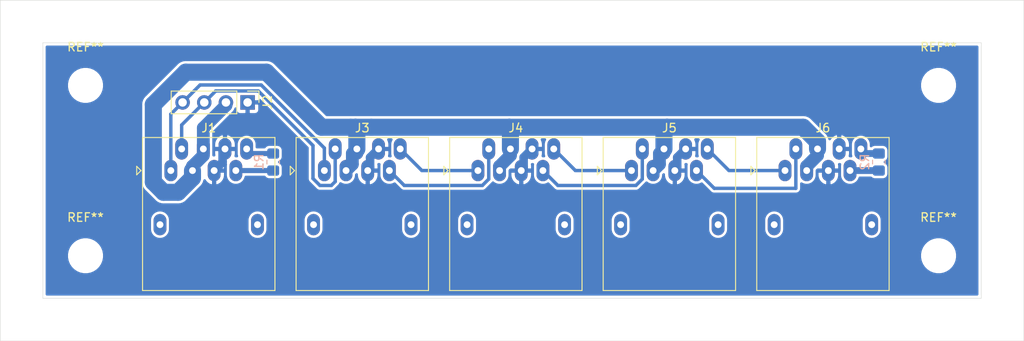
<source format=kicad_pcb>
(kicad_pcb (version 20171130) (host pcbnew 5.1.10)

  (general
    (thickness 1.6)
    (drawings 8)
    (tracks 92)
    (zones 0)
    (modules 12)
    (nets 15)
  )

  (page A4)
  (layers
    (0 F.Cu signal)
    (31 B.Cu signal)
    (32 B.Adhes user)
    (33 F.Adhes user)
    (34 B.Paste user)
    (35 F.Paste user)
    (36 B.SilkS user)
    (37 F.SilkS user)
    (38 B.Mask user)
    (39 F.Mask user)
    (40 Dwgs.User user)
    (41 Cmts.User user)
    (42 Eco1.User user)
    (43 Eco2.User user)
    (44 Edge.Cuts user)
    (45 Margin user)
    (46 B.CrtYd user)
    (47 F.CrtYd user)
    (48 B.Fab user)
    (49 F.Fab user)
  )

  (setup
    (last_trace_width 0.4)
    (user_trace_width 0.6)
    (user_trace_width 0.8)
    (user_trace_width 1)
    (user_trace_width 1.5)
    (user_trace_width 2)
    (trace_clearance 0.3)
    (zone_clearance 0.508)
    (zone_45_only no)
    (trace_min 0.4)
    (via_size 1.6)
    (via_drill 0.6)
    (via_min_size 1.6)
    (via_min_drill 0.6)
    (uvia_size 0.3)
    (uvia_drill 0.1)
    (uvias_allowed no)
    (uvia_min_size 0.2)
    (uvia_min_drill 0.1)
    (edge_width 0.05)
    (segment_width 0.2)
    (pcb_text_width 0.3)
    (pcb_text_size 1.5 1.5)
    (mod_edge_width 0.12)
    (mod_text_size 1 1)
    (mod_text_width 0.15)
    (pad_size 1.5 2.5)
    (pad_drill 0.8)
    (pad_to_mask_clearance 0)
    (aux_axis_origin 0 0)
    (visible_elements FFFFFF7F)
    (pcbplotparams
      (layerselection 0x010fc_ffffffff)
      (usegerberextensions false)
      (usegerberattributes true)
      (usegerberadvancedattributes true)
      (creategerberjobfile true)
      (excludeedgelayer true)
      (linewidth 0.100000)
      (plotframeref false)
      (viasonmask false)
      (mode 1)
      (useauxorigin false)
      (hpglpennumber 1)
      (hpglpenspeed 20)
      (hpglpendiameter 15.000000)
      (psnegative false)
      (psa4output false)
      (plotreference true)
      (plotvalue true)
      (plotinvisibletext false)
      (padsonsilk false)
      (subtractmaskfromsilk false)
      (outputformat 1)
      (mirror false)
      (drillshape 1)
      (scaleselection 1)
      (outputdirectory ""))
  )

  (net 0 "")
  (net 1 "Net-(J1-Pad8)")
  (net 2 "Net-(J1-Pad7)")
  (net 3 /GND)
  (net 4 /+12V)
  (net 5 "Net-(J3-Pad8)")
  (net 6 "Net-(J3-Pad7)")
  (net 7 "Net-(J5-Pad8)")
  (net 8 "Net-(J5-Pad7)")
  (net 9 /CANL)
  (net 10 /CANH)
  (net 11 "Net-(J4-Pad8)")
  (net 12 "Net-(J4-Pad7)")
  (net 13 "Net-(J6-Pad8)")
  (net 14 "Net-(J6-Pad7)")

  (net_class Default "This is the default net class."
    (clearance 0.3)
    (trace_width 0.4)
    (via_dia 1.6)
    (via_drill 0.6)
    (uvia_dia 0.3)
    (uvia_drill 0.1)
    (diff_pair_width 0.6)
    (diff_pair_gap 0.6)
    (add_net /+12V)
    (add_net /CANH)
    (add_net /CANL)
    (add_net /GND)
    (add_net "Net-(J1-Pad7)")
    (add_net "Net-(J1-Pad8)")
    (add_net "Net-(J3-Pad7)")
    (add_net "Net-(J3-Pad8)")
    (add_net "Net-(J4-Pad7)")
    (add_net "Net-(J4-Pad8)")
    (add_net "Net-(J5-Pad7)")
    (add_net "Net-(J5-Pad8)")
    (add_net "Net-(J6-Pad7)")
    (add_net "Net-(J6-Pad8)")
  )

  (module Connector_PinHeader_2.54mm:PinHeader_1x04_P2.54mm_Vertical (layer F.Cu) (tedit 59FED5CC) (tstamp 62424EC1)
    (at 114 77 270)
    (descr "Through hole straight pin header, 1x04, 2.54mm pitch, single row")
    (tags "Through hole pin header THT 1x04 2.54mm single row")
    (path /62445A44)
    (fp_text reference J2 (at 0 -2.33 90) (layer F.SilkS)
      (effects (font (size 1 1) (thickness 0.15)))
    )
    (fp_text value Conn_01x04 (at 0 9.95 90) (layer F.Fab)
      (effects (font (size 1 1) (thickness 0.15)))
    )
    (fp_line (start -0.635 -1.27) (end 1.27 -1.27) (layer F.Fab) (width 0.1))
    (fp_line (start 1.27 -1.27) (end 1.27 8.89) (layer F.Fab) (width 0.1))
    (fp_line (start 1.27 8.89) (end -1.27 8.89) (layer F.Fab) (width 0.1))
    (fp_line (start -1.27 8.89) (end -1.27 -0.635) (layer F.Fab) (width 0.1))
    (fp_line (start -1.27 -0.635) (end -0.635 -1.27) (layer F.Fab) (width 0.1))
    (fp_line (start -1.33 8.95) (end 1.33 8.95) (layer F.SilkS) (width 0.12))
    (fp_line (start -1.33 1.27) (end -1.33 8.95) (layer F.SilkS) (width 0.12))
    (fp_line (start 1.33 1.27) (end 1.33 8.95) (layer F.SilkS) (width 0.12))
    (fp_line (start -1.33 1.27) (end 1.33 1.27) (layer F.SilkS) (width 0.12))
    (fp_line (start -1.33 0) (end -1.33 -1.33) (layer F.SilkS) (width 0.12))
    (fp_line (start -1.33 -1.33) (end 0 -1.33) (layer F.SilkS) (width 0.12))
    (fp_line (start -1.8 -1.8) (end -1.8 9.4) (layer F.CrtYd) (width 0.05))
    (fp_line (start -1.8 9.4) (end 1.8 9.4) (layer F.CrtYd) (width 0.05))
    (fp_line (start 1.8 9.4) (end 1.8 -1.8) (layer F.CrtYd) (width 0.05))
    (fp_line (start 1.8 -1.8) (end -1.8 -1.8) (layer F.CrtYd) (width 0.05))
    (fp_text user %R (at 0 3.81) (layer F.Fab)
      (effects (font (size 1 1) (thickness 0.15)))
    )
    (pad 4 thru_hole oval (at 0 7.62 270) (size 1.7 1.7) (drill 1) (layers *.Cu *.Mask)
      (net 10 /CANH))
    (pad 3 thru_hole oval (at 0 5.08 270) (size 1.7 1.7) (drill 1) (layers *.Cu *.Mask)
      (net 9 /CANL))
    (pad 2 thru_hole oval (at 0 2.54 270) (size 1.7 1.7) (drill 1) (layers *.Cu *.Mask)
      (net 4 /+12V))
    (pad 1 thru_hole rect (at 0 0 270) (size 1.7 1.7) (drill 1) (layers *.Cu *.Mask)
      (net 3 /GND))
    (model ${KISYS3DMOD}/Connector_PinHeader_2.54mm.3dshapes/PinHeader_1x04_P2.54mm_Vertical.wrl
      (at (xyz 0 0 0))
      (scale (xyz 1 1 1))
      (rotate (xyz 0 0 0))
    )
  )

  (module MountingHole:MountingHole_3.5mm (layer F.Cu) (tedit 56D1B4CB) (tstamp 62424325)
    (at 95 95)
    (descr "Mounting Hole 3.5mm, no annular")
    (tags "mounting hole 3.5mm no annular")
    (attr virtual)
    (fp_text reference REF** (at 0 -4.5) (layer F.SilkS)
      (effects (font (size 1 1) (thickness 0.15)))
    )
    (fp_text value MountingHole_3.5mm (at 0 4.5) (layer F.Fab)
      (effects (font (size 1 1) (thickness 0.15)))
    )
    (fp_circle (center 0 0) (end 3.5 0) (layer Cmts.User) (width 0.15))
    (fp_circle (center 0 0) (end 3.75 0) (layer F.CrtYd) (width 0.05))
    (fp_text user %R (at 0.3 0) (layer F.Fab)
      (effects (font (size 1 1) (thickness 0.15)))
    )
    (pad 1 np_thru_hole circle (at 0 0) (size 3.5 3.5) (drill 3.5) (layers *.Cu *.Mask))
  )

  (module MountingHole:MountingHole_3.5mm (layer F.Cu) (tedit 56D1B4CB) (tstamp 62424335)
    (at 195 95)
    (descr "Mounting Hole 3.5mm, no annular")
    (tags "mounting hole 3.5mm no annular")
    (attr virtual)
    (fp_text reference REF** (at 0 -4.5) (layer F.SilkS)
      (effects (font (size 1 1) (thickness 0.15)))
    )
    (fp_text value MountingHole_3.5mm (at 0 4.5) (layer F.Fab)
      (effects (font (size 1 1) (thickness 0.15)))
    )
    (fp_circle (center 0 0) (end 3.5 0) (layer Cmts.User) (width 0.15))
    (fp_circle (center 0 0) (end 3.75 0) (layer F.CrtYd) (width 0.05))
    (fp_text user %R (at 0.3 0) (layer F.Fab)
      (effects (font (size 1 1) (thickness 0.15)))
    )
    (pad 1 np_thru_hole circle (at 0 0) (size 3.5 3.5) (drill 3.5) (layers *.Cu *.Mask))
  )

  (module MountingHole:MountingHole_3.5mm (layer F.Cu) (tedit 56D1B4CB) (tstamp 624242EB)
    (at 195 75)
    (descr "Mounting Hole 3.5mm, no annular")
    (tags "mounting hole 3.5mm no annular")
    (attr virtual)
    (fp_text reference REF** (at 0 -4.5) (layer F.SilkS)
      (effects (font (size 1 1) (thickness 0.15)))
    )
    (fp_text value MountingHole_3.5mm (at 0 4.5) (layer F.Fab)
      (effects (font (size 1 1) (thickness 0.15)))
    )
    (fp_circle (center 0 0) (end 3.5 0) (layer Cmts.User) (width 0.15))
    (fp_circle (center 0 0) (end 3.75 0) (layer F.CrtYd) (width 0.05))
    (fp_text user %R (at 0.3 0) (layer F.Fab)
      (effects (font (size 1 1) (thickness 0.15)))
    )
    (pad 1 np_thru_hole circle (at 0 0) (size 3.5 3.5) (drill 3.5) (layers *.Cu *.Mask))
  )

  (module MountingHole:MountingHole_3.5mm (layer F.Cu) (tedit 56D1B4CB) (tstamp 62424285)
    (at 95 75)
    (descr "Mounting Hole 3.5mm, no annular")
    (tags "mounting hole 3.5mm no annular")
    (attr virtual)
    (fp_text reference REF** (at 0 -4.5) (layer F.SilkS)
      (effects (font (size 1 1) (thickness 0.15)))
    )
    (fp_text value MountingHole_3.5mm (at 0 4.5) (layer F.Fab)
      (effects (font (size 1 1) (thickness 0.15)))
    )
    (fp_circle (center 0 0) (end 3.5 0) (layer Cmts.User) (width 0.15))
    (fp_circle (center 0 0) (end 3.75 0) (layer F.CrtYd) (width 0.05))
    (fp_text user %R (at 0.3 0) (layer F.Fab)
      (effects (font (size 1 1) (thickness 0.15)))
    )
    (pad 1 np_thru_hole circle (at 0 0) (size 3.5 3.5) (drill 3.5) (layers *.Cu *.Mask))
  )

  (module Resistor_SMD:R_0805_2012Metric_Pad1.20x1.40mm_HandSolder (layer B.Cu) (tedit 5F68FEEE) (tstamp 6242437B)
    (at 188 84 270)
    (descr "Resistor SMD 0805 (2012 Metric), square (rectangular) end terminal, IPC_7351 nominal with elongated pad for handsoldering. (Body size source: IPC-SM-782 page 72, https://www.pcb-3d.com/wordpress/wp-content/uploads/ipc-sm-782a_amendment_1_and_2.pdf), generated with kicad-footprint-generator")
    (tags "resistor handsolder")
    (path /62425F3A)
    (attr smd)
    (fp_text reference R2 (at 0 1.65 90) (layer B.SilkS)
      (effects (font (size 1 1) (thickness 0.15)) (justify mirror))
    )
    (fp_text value 100 (at 0 -1.65 90) (layer B.Fab)
      (effects (font (size 1 1) (thickness 0.15)) (justify mirror))
    )
    (fp_line (start -1 -0.625) (end -1 0.625) (layer B.Fab) (width 0.1))
    (fp_line (start -1 0.625) (end 1 0.625) (layer B.Fab) (width 0.1))
    (fp_line (start 1 0.625) (end 1 -0.625) (layer B.Fab) (width 0.1))
    (fp_line (start 1 -0.625) (end -1 -0.625) (layer B.Fab) (width 0.1))
    (fp_line (start -0.227064 0.735) (end 0.227064 0.735) (layer B.SilkS) (width 0.12))
    (fp_line (start -0.227064 -0.735) (end 0.227064 -0.735) (layer B.SilkS) (width 0.12))
    (fp_line (start -1.85 -0.95) (end -1.85 0.95) (layer B.CrtYd) (width 0.05))
    (fp_line (start -1.85 0.95) (end 1.85 0.95) (layer B.CrtYd) (width 0.05))
    (fp_line (start 1.85 0.95) (end 1.85 -0.95) (layer B.CrtYd) (width 0.05))
    (fp_line (start 1.85 -0.95) (end -1.85 -0.95) (layer B.CrtYd) (width 0.05))
    (fp_text user %R (at 0 0 90) (layer B.Fab)
      (effects (font (size 0.5 0.5) (thickness 0.08)) (justify mirror))
    )
    (pad 2 smd roundrect (at 1 0 270) (size 1.2 1.4) (layers B.Cu B.Paste B.Mask) (roundrect_rratio 0.208333)
      (net 14 "Net-(J6-Pad7)"))
    (pad 1 smd roundrect (at -1 0 270) (size 1.2 1.4) (layers B.Cu B.Paste B.Mask) (roundrect_rratio 0.208333)
      (net 13 "Net-(J6-Pad8)"))
    (model ${KISYS3DMOD}/Resistor_SMD.3dshapes/R_0805_2012Metric.wrl
      (at (xyz 0 0 0))
      (scale (xyz 1 1 1))
      (rotate (xyz 0 0 0))
    )
  )

  (module Resistor_SMD:R_0805_2012Metric_Pad1.20x1.40mm_HandSolder (layer B.Cu) (tedit 5F68FEEE) (tstamp 624243AB)
    (at 117 84 270)
    (descr "Resistor SMD 0805 (2012 Metric), square (rectangular) end terminal, IPC_7351 nominal with elongated pad for handsoldering. (Body size source: IPC-SM-782 page 72, https://www.pcb-3d.com/wordpress/wp-content/uploads/ipc-sm-782a_amendment_1_and_2.pdf), generated with kicad-footprint-generator")
    (tags "resistor handsolder")
    (path /6241D7A8)
    (attr smd)
    (fp_text reference R1 (at 0 1.65 90) (layer B.SilkS)
      (effects (font (size 1 1) (thickness 0.15)) (justify mirror))
    )
    (fp_text value 100 (at 0 -1.65 90) (layer B.Fab)
      (effects (font (size 1 1) (thickness 0.15)) (justify mirror))
    )
    (fp_line (start -1 -0.625) (end -1 0.625) (layer B.Fab) (width 0.1))
    (fp_line (start -1 0.625) (end 1 0.625) (layer B.Fab) (width 0.1))
    (fp_line (start 1 0.625) (end 1 -0.625) (layer B.Fab) (width 0.1))
    (fp_line (start 1 -0.625) (end -1 -0.625) (layer B.Fab) (width 0.1))
    (fp_line (start -0.227064 0.735) (end 0.227064 0.735) (layer B.SilkS) (width 0.12))
    (fp_line (start -0.227064 -0.735) (end 0.227064 -0.735) (layer B.SilkS) (width 0.12))
    (fp_line (start -1.85 -0.95) (end -1.85 0.95) (layer B.CrtYd) (width 0.05))
    (fp_line (start -1.85 0.95) (end 1.85 0.95) (layer B.CrtYd) (width 0.05))
    (fp_line (start 1.85 0.95) (end 1.85 -0.95) (layer B.CrtYd) (width 0.05))
    (fp_line (start 1.85 -0.95) (end -1.85 -0.95) (layer B.CrtYd) (width 0.05))
    (fp_text user %R (at 0 0 90) (layer B.Fab)
      (effects (font (size 0.5 0.5) (thickness 0.08)) (justify mirror))
    )
    (pad 2 smd roundrect (at 1 0 270) (size 1.2 1.4) (layers B.Cu B.Paste B.Mask) (roundrect_rratio 0.208333)
      (net 2 "Net-(J1-Pad7)"))
    (pad 1 smd roundrect (at -1 0 270) (size 1.2 1.4) (layers B.Cu B.Paste B.Mask) (roundrect_rratio 0.208333)
      (net 1 "Net-(J1-Pad8)"))
    (model ${KISYS3DMOD}/Resistor_SMD.3dshapes/R_0805_2012Metric.wrl
      (at (xyz 0 0 0))
      (scale (xyz 1 1 1))
      (rotate (xyz 0 0 0))
    )
  )

  (module Connector_RJ:RJ45_Amphenol_54602-x08_Horizontal (layer F.Cu) (tedit 5B103613) (tstamp 6241D640)
    (at 177 85)
    (descr "8 Pol Shallow Latch Connector, Modjack, RJ45 (https://cdn.amphenol-icc.com/media/wysiwyg/files/drawing/c-bmj-0102.pdf)")
    (tags RJ45)
    (path /6242236B)
    (fp_text reference J6 (at 4.445 -5) (layer F.SilkS)
      (effects (font (size 1 1) (thickness 0.15)))
    )
    (fp_text value RJ45 (at 4.445 4) (layer F.Fab)
      (effects (font (size 1 1) (thickness 0.15)))
    )
    (fp_line (start -4 0.5) (end -3.5 0) (layer F.SilkS) (width 0.12))
    (fp_line (start -4 -0.5) (end -4 0.5) (layer F.SilkS) (width 0.12))
    (fp_line (start -3.5 0) (end -4 -0.5) (layer F.SilkS) (width 0.12))
    (fp_line (start -3.205 13.97) (end -3.205 -2.77) (layer F.Fab) (width 0.12))
    (fp_line (start 12.095 13.97) (end -3.205 13.97) (layer F.Fab) (width 0.12))
    (fp_line (start 12.095 -3.77) (end 12.095 13.97) (layer F.Fab) (width 0.12))
    (fp_line (start -2.205 -3.77) (end 12.095 -3.77) (layer F.Fab) (width 0.12))
    (fp_line (start -3.205 -2.77) (end -2.205 -3.77) (layer F.Fab) (width 0.12))
    (fp_line (start -3.315 14.08) (end 12.205 14.08) (layer F.SilkS) (width 0.12))
    (fp_line (start 12.205 -3.88) (end 12.205 14.08) (layer F.SilkS) (width 0.12))
    (fp_line (start 12.205 -3.88) (end -3.315 -3.88) (layer F.SilkS) (width 0.12))
    (fp_line (start -3.315 -3.88) (end -3.315 14.08) (layer F.SilkS) (width 0.12))
    (fp_line (start -3.71 -4.27) (end 12.6 -4.27) (layer F.CrtYd) (width 0.05))
    (fp_line (start -3.71 -4.27) (end -3.71 14.47) (layer F.CrtYd) (width 0.05))
    (fp_line (start 12.6 14.47) (end 12.6 -4.27) (layer F.CrtYd) (width 0.05))
    (fp_line (start 12.6 14.47) (end -3.71 14.47) (layer F.CrtYd) (width 0.05))
    (fp_text user %R (at 4.445 2) (layer F.Fab)
      (effects (font (size 1 1) (thickness 0.15)))
    )
    (pad 8 thru_hole oval (at 8.89 -2.54) (size 1.5 2.5) (drill 0.8) (layers *.Cu *.Mask)
      (net 13 "Net-(J6-Pad8)"))
    (pad 7 thru_hole oval (at 7.62 0) (size 1.5 2.5) (drill 0.8) (layers *.Cu *.Mask)
      (net 14 "Net-(J6-Pad7)"))
    (pad 6 thru_hole oval (at 6.35 -2.54) (size 1.5 2.5) (drill 0.8) (layers *.Cu *.Mask)
      (net 3 /GND))
    (pad 5 thru_hole oval (at 5.08 0) (size 1.5 2.5) (drill 0.8) (layers *.Cu *.Mask)
      (net 3 /GND))
    (pad 4 thru_hole oval (at 3.81 -2.54) (size 1.5 2.5) (drill 0.8) (layers *.Cu *.Mask)
      (net 4 /+12V))
    (pad 3 thru_hole oval (at 2.54 0) (size 1.5 2.5) (drill 0.8) (layers *.Cu *.Mask)
      (net 4 /+12V))
    (pad 2 thru_hole oval (at 1.27 -2.54) (size 1.5 2.5) (drill 0.8) (layers *.Cu *.Mask)
      (net 8 "Net-(J5-Pad7)"))
    (pad 1 thru_hole oval (at 0 0) (size 1.5 2.5) (drill 0.8) (layers *.Cu *.Mask)
      (net 7 "Net-(J5-Pad8)"))
    (pad "" thru_hole oval (at -1.27 6.35) (size 1.5 2.5) (drill 0.8) (layers *.Cu *.Mask))
    (pad "" thru_hole oval (at 10.16 6.35) (size 1.5 2.5) (drill 0.8) (layers *.Cu *.Mask))
    (model ${KISYS3DMOD}/Connector_RJ.3dshapes/RJ45_Amphenol_54602-x08_Horizontal.wrl
      (at (xyz 0 0 0))
      (scale (xyz 1 1 1))
      (rotate (xyz 0 0 0))
    )
  )

  (module Connector_RJ:RJ45_Amphenol_54602-x08_Horizontal (layer F.Cu) (tedit 5B103613) (tstamp 624255EC)
    (at 123 85)
    (descr "8 Pol Shallow Latch Connector, Modjack, RJ45 (https://cdn.amphenol-icc.com/media/wysiwyg/files/drawing/c-bmj-0102.pdf)")
    (tags RJ45)
    (path /624256A4)
    (fp_text reference J3 (at 4.445 -5) (layer F.SilkS)
      (effects (font (size 1 1) (thickness 0.15)))
    )
    (fp_text value RJ45 (at 4.445 4) (layer F.Fab)
      (effects (font (size 1 1) (thickness 0.15)))
    )
    (fp_line (start -4 0.5) (end -3.5 0) (layer F.SilkS) (width 0.12))
    (fp_line (start -4 -0.5) (end -4 0.5) (layer F.SilkS) (width 0.12))
    (fp_line (start -3.5 0) (end -4 -0.5) (layer F.SilkS) (width 0.12))
    (fp_line (start -3.205 13.97) (end -3.205 -2.77) (layer F.Fab) (width 0.12))
    (fp_line (start 12.095 13.97) (end -3.205 13.97) (layer F.Fab) (width 0.12))
    (fp_line (start 12.095 -3.77) (end 12.095 13.97) (layer F.Fab) (width 0.12))
    (fp_line (start -2.205 -3.77) (end 12.095 -3.77) (layer F.Fab) (width 0.12))
    (fp_line (start -3.205 -2.77) (end -2.205 -3.77) (layer F.Fab) (width 0.12))
    (fp_line (start -3.315 14.08) (end 12.205 14.08) (layer F.SilkS) (width 0.12))
    (fp_line (start 12.205 -3.88) (end 12.205 14.08) (layer F.SilkS) (width 0.12))
    (fp_line (start 12.205 -3.88) (end -3.315 -3.88) (layer F.SilkS) (width 0.12))
    (fp_line (start -3.315 -3.88) (end -3.315 14.08) (layer F.SilkS) (width 0.12))
    (fp_line (start -3.71 -4.27) (end 12.6 -4.27) (layer F.CrtYd) (width 0.05))
    (fp_line (start -3.71 -4.27) (end -3.71 14.47) (layer F.CrtYd) (width 0.05))
    (fp_line (start 12.6 14.47) (end 12.6 -4.27) (layer F.CrtYd) (width 0.05))
    (fp_line (start 12.6 14.47) (end -3.71 14.47) (layer F.CrtYd) (width 0.05))
    (fp_text user %R (at 4.445 2) (layer F.Fab)
      (effects (font (size 1 1) (thickness 0.15)))
    )
    (pad 8 thru_hole oval (at 8.89 -2.54) (size 1.5 2.5) (drill 0.8) (layers *.Cu *.Mask)
      (net 5 "Net-(J3-Pad8)"))
    (pad 7 thru_hole oval (at 7.62 0) (size 1.5 2.5) (drill 0.8) (layers *.Cu *.Mask)
      (net 6 "Net-(J3-Pad7)"))
    (pad 6 thru_hole oval (at 6.35 -2.54) (size 1.5 2.5) (drill 0.8) (layers *.Cu *.Mask)
      (net 3 /GND))
    (pad 5 thru_hole oval (at 5.08 0) (size 1.5 2.5) (drill 0.8) (layers *.Cu *.Mask)
      (net 3 /GND))
    (pad 4 thru_hole oval (at 3.81 -2.54) (size 1.5 2.5) (drill 0.8) (layers *.Cu *.Mask)
      (net 4 /+12V))
    (pad 3 thru_hole oval (at 2.54 0) (size 1.5 2.5) (drill 0.8) (layers *.Cu *.Mask)
      (net 4 /+12V))
    (pad 2 thru_hole oval (at 1.27 -2.54) (size 1.5 2.5) (drill 0.8) (layers *.Cu *.Mask)
      (net 9 /CANL))
    (pad 1 thru_hole oval (at 0 0) (size 1.5 2.5) (drill 0.8) (layers *.Cu *.Mask)
      (net 10 /CANH))
    (pad "" thru_hole oval (at -1.27 6.35) (size 1.5 2.5) (drill 0.8) (layers *.Cu *.Mask))
    (pad "" thru_hole oval (at 10.16 6.35) (size 1.5 2.5) (drill 0.8) (layers *.Cu *.Mask))
    (model ${KISYS3DMOD}/Connector_RJ.3dshapes/RJ45_Amphenol_54602-x08_Horizontal.wrl
      (at (xyz 0 0 0))
      (scale (xyz 1 1 1))
      (rotate (xyz 0 0 0))
    )
  )

  (module Connector_RJ:RJ45_Amphenol_54602-x08_Horizontal (layer F.Cu) (tedit 5B103613) (tstamp 6241D602)
    (at 159 85)
    (descr "8 Pol Shallow Latch Connector, Modjack, RJ45 (https://cdn.amphenol-icc.com/media/wysiwyg/files/drawing/c-bmj-0102.pdf)")
    (tags RJ45)
    (path /607C9BB5)
    (fp_text reference J5 (at 4.445 -5) (layer F.SilkS)
      (effects (font (size 1 1) (thickness 0.15)))
    )
    (fp_text value RJ45 (at 4.445 4) (layer F.Fab)
      (effects (font (size 1 1) (thickness 0.15)))
    )
    (fp_line (start -4 0.5) (end -3.5 0) (layer F.SilkS) (width 0.12))
    (fp_line (start -4 -0.5) (end -4 0.5) (layer F.SilkS) (width 0.12))
    (fp_line (start -3.5 0) (end -4 -0.5) (layer F.SilkS) (width 0.12))
    (fp_line (start -3.205 13.97) (end -3.205 -2.77) (layer F.Fab) (width 0.12))
    (fp_line (start 12.095 13.97) (end -3.205 13.97) (layer F.Fab) (width 0.12))
    (fp_line (start 12.095 -3.77) (end 12.095 13.97) (layer F.Fab) (width 0.12))
    (fp_line (start -2.205 -3.77) (end 12.095 -3.77) (layer F.Fab) (width 0.12))
    (fp_line (start -3.205 -2.77) (end -2.205 -3.77) (layer F.Fab) (width 0.12))
    (fp_line (start -3.315 14.08) (end 12.205 14.08) (layer F.SilkS) (width 0.12))
    (fp_line (start 12.205 -3.88) (end 12.205 14.08) (layer F.SilkS) (width 0.12))
    (fp_line (start 12.205 -3.88) (end -3.315 -3.88) (layer F.SilkS) (width 0.12))
    (fp_line (start -3.315 -3.88) (end -3.315 14.08) (layer F.SilkS) (width 0.12))
    (fp_line (start -3.71 -4.27) (end 12.6 -4.27) (layer F.CrtYd) (width 0.05))
    (fp_line (start -3.71 -4.27) (end -3.71 14.47) (layer F.CrtYd) (width 0.05))
    (fp_line (start 12.6 14.47) (end 12.6 -4.27) (layer F.CrtYd) (width 0.05))
    (fp_line (start 12.6 14.47) (end -3.71 14.47) (layer F.CrtYd) (width 0.05))
    (fp_text user %R (at 4.445 2) (layer F.Fab)
      (effects (font (size 1 1) (thickness 0.15)))
    )
    (pad 8 thru_hole oval (at 8.89 -2.54) (size 1.5 2.5) (drill 0.8) (layers *.Cu *.Mask)
      (net 7 "Net-(J5-Pad8)"))
    (pad 7 thru_hole oval (at 7.62 0) (size 1.5 2.5) (drill 0.8) (layers *.Cu *.Mask)
      (net 8 "Net-(J5-Pad7)"))
    (pad 6 thru_hole oval (at 6.35 -2.54) (size 1.5 2.5) (drill 0.8) (layers *.Cu *.Mask)
      (net 3 /GND))
    (pad 5 thru_hole oval (at 5.08 0) (size 1.5 2.5) (drill 0.8) (layers *.Cu *.Mask)
      (net 3 /GND))
    (pad 4 thru_hole oval (at 3.81 -2.54) (size 1.5 2.5) (drill 0.8) (layers *.Cu *.Mask)
      (net 4 /+12V))
    (pad 3 thru_hole oval (at 2.54 0) (size 1.5 2.5) (drill 0.8) (layers *.Cu *.Mask)
      (net 4 /+12V))
    (pad 2 thru_hole oval (at 1.27 -2.54) (size 1.5 2.5) (drill 0.8) (layers *.Cu *.Mask)
      (net 12 "Net-(J4-Pad7)"))
    (pad 1 thru_hole oval (at 0 0) (size 1.5 2.5) (drill 0.8) (layers *.Cu *.Mask)
      (net 11 "Net-(J4-Pad8)"))
    (pad "" thru_hole oval (at -1.27 6.35) (size 1.5 2.5) (drill 0.8) (layers *.Cu *.Mask))
    (pad "" thru_hole oval (at 10.16 6.35) (size 1.5 2.5) (drill 0.8) (layers *.Cu *.Mask))
    (model ${KISYS3DMOD}/Connector_RJ.3dshapes/RJ45_Amphenol_54602-x08_Horizontal.wrl
      (at (xyz 0 0 0))
      (scale (xyz 1 1 1))
      (rotate (xyz 0 0 0))
    )
  )

  (module Connector_RJ:RJ45_Amphenol_54602-x08_Horizontal (layer F.Cu) (tedit 5B103613) (tstamp 6241D5E3)
    (at 141 85)
    (descr "8 Pol Shallow Latch Connector, Modjack, RJ45 (https://cdn.amphenol-icc.com/media/wysiwyg/files/drawing/c-bmj-0102.pdf)")
    (tags RJ45)
    (path /607CBB1B)
    (fp_text reference J4 (at 4.445 -5) (layer F.SilkS)
      (effects (font (size 1 1) (thickness 0.15)))
    )
    (fp_text value RJ45 (at 4.445 4) (layer F.Fab)
      (effects (font (size 1 1) (thickness 0.15)))
    )
    (fp_line (start -4 0.5) (end -3.5 0) (layer F.SilkS) (width 0.12))
    (fp_line (start -4 -0.5) (end -4 0.5) (layer F.SilkS) (width 0.12))
    (fp_line (start -3.5 0) (end -4 -0.5) (layer F.SilkS) (width 0.12))
    (fp_line (start -3.205 13.97) (end -3.205 -2.77) (layer F.Fab) (width 0.12))
    (fp_line (start 12.095 13.97) (end -3.205 13.97) (layer F.Fab) (width 0.12))
    (fp_line (start 12.095 -3.77) (end 12.095 13.97) (layer F.Fab) (width 0.12))
    (fp_line (start -2.205 -3.77) (end 12.095 -3.77) (layer F.Fab) (width 0.12))
    (fp_line (start -3.205 -2.77) (end -2.205 -3.77) (layer F.Fab) (width 0.12))
    (fp_line (start -3.315 14.08) (end 12.205 14.08) (layer F.SilkS) (width 0.12))
    (fp_line (start 12.205 -3.88) (end 12.205 14.08) (layer F.SilkS) (width 0.12))
    (fp_line (start 12.205 -3.88) (end -3.315 -3.88) (layer F.SilkS) (width 0.12))
    (fp_line (start -3.315 -3.88) (end -3.315 14.08) (layer F.SilkS) (width 0.12))
    (fp_line (start -3.71 -4.27) (end 12.6 -4.27) (layer F.CrtYd) (width 0.05))
    (fp_line (start -3.71 -4.27) (end -3.71 14.47) (layer F.CrtYd) (width 0.05))
    (fp_line (start 12.6 14.47) (end 12.6 -4.27) (layer F.CrtYd) (width 0.05))
    (fp_line (start 12.6 14.47) (end -3.71 14.47) (layer F.CrtYd) (width 0.05))
    (fp_text user %R (at 4.445 2) (layer F.Fab)
      (effects (font (size 1 1) (thickness 0.15)))
    )
    (pad 8 thru_hole oval (at 8.89 -2.54) (size 1.5 2.5) (drill 0.8) (layers *.Cu *.Mask)
      (net 11 "Net-(J4-Pad8)"))
    (pad 7 thru_hole oval (at 7.62 0) (size 1.5 2.5) (drill 0.8) (layers *.Cu *.Mask)
      (net 12 "Net-(J4-Pad7)"))
    (pad 6 thru_hole oval (at 6.35 -2.54) (size 1.5 2.5) (drill 0.8) (layers *.Cu *.Mask)
      (net 3 /GND))
    (pad 5 thru_hole oval (at 5.08 0) (size 1.5 2.5) (drill 0.8) (layers *.Cu *.Mask)
      (net 3 /GND))
    (pad 4 thru_hole oval (at 3.81 -2.54) (size 1.5 2.5) (drill 0.8) (layers *.Cu *.Mask)
      (net 4 /+12V))
    (pad 3 thru_hole oval (at 2.54 0) (size 1.5 2.5) (drill 0.8) (layers *.Cu *.Mask)
      (net 4 /+12V))
    (pad 2 thru_hole oval (at 1.27 -2.54) (size 1.5 2.5) (drill 0.8) (layers *.Cu *.Mask)
      (net 6 "Net-(J3-Pad7)"))
    (pad 1 thru_hole oval (at 0 0) (size 1.5 2.5) (drill 0.8) (layers *.Cu *.Mask)
      (net 5 "Net-(J3-Pad8)"))
    (pad "" thru_hole oval (at -1.27 6.35) (size 1.5 2.5) (drill 0.8) (layers *.Cu *.Mask))
    (pad "" thru_hole oval (at 10.16 6.35) (size 1.5 2.5) (drill 0.8) (layers *.Cu *.Mask))
    (model ${KISYS3DMOD}/Connector_RJ.3dshapes/RJ45_Amphenol_54602-x08_Horizontal.wrl
      (at (xyz 0 0 0))
      (scale (xyz 1 1 1))
      (rotate (xyz 0 0 0))
    )
  )

  (module Connector_RJ:RJ45_Amphenol_54602-x08_Horizontal (layer F.Cu) (tedit 6241DF5D) (tstamp 6241D5C4)
    (at 105 85)
    (descr "8 Pol Shallow Latch Connector, Modjack, RJ45 (https://cdn.amphenol-icc.com/media/wysiwyg/files/drawing/c-bmj-0102.pdf)")
    (tags RJ45)
    (path /607C9BAE)
    (fp_text reference J1 (at 4.445 -5) (layer F.SilkS)
      (effects (font (size 1 1) (thickness 0.15)))
    )
    (fp_text value RJ45 (at 4.445 4) (layer F.Fab)
      (effects (font (size 1 1) (thickness 0.15)))
    )
    (fp_line (start -4 0.5) (end -3.5 0) (layer F.SilkS) (width 0.12))
    (fp_line (start -4 -0.5) (end -4 0.5) (layer F.SilkS) (width 0.12))
    (fp_line (start -3.5 0) (end -4 -0.5) (layer F.SilkS) (width 0.12))
    (fp_line (start -3.205 13.97) (end -3.205 -2.77) (layer F.Fab) (width 0.12))
    (fp_line (start 12.095 13.97) (end -3.205 13.97) (layer F.Fab) (width 0.12))
    (fp_line (start 12.095 -3.77) (end 12.095 13.97) (layer F.Fab) (width 0.12))
    (fp_line (start -2.205 -3.77) (end 12.095 -3.77) (layer F.Fab) (width 0.12))
    (fp_line (start -3.205 -2.77) (end -2.205 -3.77) (layer F.Fab) (width 0.12))
    (fp_line (start -3.315 14.08) (end 12.205 14.08) (layer F.SilkS) (width 0.12))
    (fp_line (start 12.205 -3.88) (end 12.205 14.08) (layer F.SilkS) (width 0.12))
    (fp_line (start 12.205 -3.88) (end -3.315 -3.88) (layer F.SilkS) (width 0.12))
    (fp_line (start -3.315 -3.88) (end -3.315 14.08) (layer F.SilkS) (width 0.12))
    (fp_line (start -3.71 -4.27) (end 12.6 -4.27) (layer F.CrtYd) (width 0.05))
    (fp_line (start -3.71 -4.27) (end -3.71 14.47) (layer F.CrtYd) (width 0.05))
    (fp_line (start 12.6 14.47) (end 12.6 -4.27) (layer F.CrtYd) (width 0.05))
    (fp_line (start 12.6 14.47) (end -3.71 14.47) (layer F.CrtYd) (width 0.05))
    (fp_text user %R (at 4.445 2) (layer F.Fab)
      (effects (font (size 1 1) (thickness 0.15)))
    )
    (pad 8 thru_hole oval (at 8.89 -2.54) (size 1.5 2.5) (drill 0.8) (layers *.Cu *.Mask)
      (net 1 "Net-(J1-Pad8)"))
    (pad 7 thru_hole oval (at 7.62 0) (size 1.5 2.5) (drill 0.8) (layers *.Cu *.Mask)
      (net 2 "Net-(J1-Pad7)"))
    (pad 6 thru_hole oval (at 6.35 -2.54) (size 1.5 2.5) (drill 0.8) (layers *.Cu *.Mask)
      (net 3 /GND))
    (pad 5 thru_hole oval (at 5.08 0) (size 1.5 2.5) (drill 0.8) (layers *.Cu *.Mask)
      (net 3 /GND))
    (pad 4 thru_hole oval (at 3.81 -2.54) (size 1.5 2.5) (drill 0.8) (layers *.Cu *.Mask)
      (net 4 /+12V))
    (pad 3 thru_hole oval (at 2.54 0) (size 1.5 2.5) (drill 0.8) (layers *.Cu *.Mask)
      (net 4 /+12V))
    (pad 2 thru_hole oval (at 1.27 -2.54) (size 1.5 2.5) (drill 0.8) (layers *.Cu *.Mask)
      (net 9 /CANL))
    (pad 1 thru_hole oval (at 0 0) (size 1.5 2.5) (drill 0.8) (layers *.Cu *.Mask)
      (net 10 /CANH))
    (pad "" thru_hole oval (at -1.27 6.35) (size 1.5 2.5) (drill 0.8) (layers *.Cu *.Mask))
    (pad "" thru_hole oval (at 10.16 6.35) (size 1.5 2.5) (drill 0.8) (layers *.Cu *.Mask))
    (model ${KISYS3DMOD}/Connector_RJ.3dshapes/RJ45_Amphenol_54602-x08_Horizontal.wrl
      (at (xyz 0 0 0))
      (scale (xyz 1 1 1))
      (rotate (xyz 0 0 0))
    )
  )

  (gr_line (start 85 65) (end 205 65) (layer Edge.Cuts) (width 0.05) (tstamp 6246EEB1))
  (gr_line (start 85 105) (end 85 65) (layer Edge.Cuts) (width 0.05))
  (gr_line (start 205 105) (end 85 105) (layer Edge.Cuts) (width 0.05))
  (gr_line (start 205 65) (end 205 105) (layer Edge.Cuts) (width 0.05))
  (gr_line (start 200 70) (end 200 100) (layer Edge.Cuts) (width 0.05) (tstamp 62424482))
  (gr_line (start 90 70) (end 200 70) (layer Edge.Cuts) (width 0.05))
  (gr_line (start 90 100) (end 90 70) (layer Edge.Cuts) (width 0.05))
  (gr_line (start 200 100) (end 90 100) (layer Edge.Cuts) (width 0.05))

  (segment (start 114.43 83) (end 113.89 82.46) (width 0.6) (layer B.Cu) (net 1))
  (segment (start 117 83) (end 114.43 83) (width 0.6) (layer B.Cu) (net 1))
  (segment (start 117 85) (end 112.62 85) (width 0.6) (layer B.Cu) (net 2))
  (segment (start 164.36001 83.44999) (end 165.35 82.46) (width 1) (layer B.Cu) (net 3))
  (segment (start 164.36001 84.71999) (end 164.36001 83.44999) (width 1) (layer B.Cu) (net 3))
  (segment (start 164.08 85) (end 164.36001 84.71999) (width 1) (layer B.Cu) (net 3))
  (segment (start 146.36001 83.44999) (end 147.35 82.46) (width 1) (layer B.Cu) (net 3))
  (segment (start 146.36001 84.71999) (end 146.36001 83.44999) (width 1) (layer B.Cu) (net 3))
  (segment (start 146.08 85) (end 146.36001 84.71999) (width 1) (layer B.Cu) (net 3))
  (segment (start 128.36001 83.44999) (end 129.35 82.46) (width 1) (layer B.Cu) (net 3))
  (segment (start 128.36001 84.71999) (end 128.36001 83.44999) (width 1) (layer B.Cu) (net 3))
  (segment (start 128.08 85) (end 128.36001 84.71999) (width 1) (layer B.Cu) (net 3))
  (segment (start 111.35 82.46) (end 111.06999 82.74001) (width 1) (layer B.Cu) (net 3))
  (segment (start 111.06999 82.74001) (end 111.06999 84.01001) (width 1) (layer B.Cu) (net 3))
  (segment (start 111.06999 84.01001) (end 110.08 85) (width 1) (layer B.Cu) (net 3))
  (segment (start 162.81 82.307955) (end 162.81 82.46) (width 1) (layer B.Cu) (net 4))
  (segment (start 180.81 81.600849) (end 179.119141 79.90999) (width 2) (layer B.Cu) (net 4))
  (segment (start 180.81 82.46) (end 180.81 81.600849) (width 2) (layer B.Cu) (net 4))
  (segment (start 144.81 80.04) (end 144.67999 79.90999) (width 2) (layer B.Cu) (net 4))
  (segment (start 144.81 82.46) (end 144.81 80.04) (width 2) (layer B.Cu) (net 4))
  (segment (start 144.67999 79.90999) (end 128.500859 79.90999) (width 2) (layer B.Cu) (net 4))
  (segment (start 162.81 80.268) (end 163.16801 79.90999) (width 2) (layer B.Cu) (net 4))
  (segment (start 162.81 82.46) (end 162.81 80.268) (width 2) (layer B.Cu) (net 4))
  (segment (start 179.119141 79.90999) (end 163.16801 79.90999) (width 2) (layer B.Cu) (net 4))
  (segment (start 163.16801 79.90999) (end 144.67999 79.90999) (width 2) (layer B.Cu) (net 4))
  (segment (start 179.54 84.494402) (end 179.54 85) (width 1.5) (layer B.Cu) (net 4))
  (segment (start 180.81 83.224402) (end 179.54 84.494402) (width 1.5) (layer B.Cu) (net 4))
  (segment (start 180.81 82.46) (end 180.81 83.224402) (width 1.5) (layer B.Cu) (net 4))
  (segment (start 143.54 84.494402) (end 143.54 85) (width 1.5) (layer B.Cu) (net 4))
  (segment (start 144.81 83.224402) (end 143.54 84.494402) (width 1.5) (layer B.Cu) (net 4))
  (segment (start 144.81 82.46) (end 144.81 83.224402) (width 1.5) (layer B.Cu) (net 4))
  (segment (start 162.27999 84.26001) (end 161.54 85) (width 1.5) (layer B.Cu) (net 4))
  (segment (start 162.27999 82.99001) (end 162.27999 84.26001) (width 1.5) (layer B.Cu) (net 4))
  (segment (start 162.81 82.46) (end 162.27999 82.99001) (width 1.5) (layer B.Cu) (net 4))
  (segment (start 126.27999 84.26001) (end 125.54 85) (width 1.5) (layer B.Cu) (net 4))
  (segment (start 126.27999 82.99001) (end 126.27999 84.26001) (width 1.5) (layer B.Cu) (net 4))
  (segment (start 126.81 82.46) (end 126.27999 82.99001) (width 1.5) (layer B.Cu) (net 4))
  (segment (start 122.671324 79.90999) (end 116.211313 73.449979) (width 2) (layer B.Cu) (net 4))
  (segment (start 107.54 85.859151) (end 107.54 85) (width 2) (layer B.Cu) (net 4))
  (segment (start 105.849141 87.55001) (end 107.54 85.859151) (width 2) (layer B.Cu) (net 4))
  (segment (start 104.150859 87.55001) (end 105.849141 87.55001) (width 2) (layer B.Cu) (net 4))
  (segment (start 102.94999 86.349141) (end 104.150859 87.55001) (width 2) (layer B.Cu) (net 4))
  (segment (start 102.94999 77.248008) (end 102.94999 86.349141) (width 2) (layer B.Cu) (net 4))
  (segment (start 106.748019 73.449979) (end 102.94999 77.248008) (width 2) (layer B.Cu) (net 4))
  (segment (start 116.211313 73.449979) (end 106.748019 73.449979) (width 2) (layer B.Cu) (net 4))
  (segment (start 107.54 84.494402) (end 107.54 85) (width 1.5) (layer B.Cu) (net 4))
  (segment (start 108.81 83.224402) (end 107.54 84.494402) (width 1.5) (layer B.Cu) (net 4))
  (segment (start 108.81 82.46) (end 108.81 83.224402) (width 1.5) (layer B.Cu) (net 4))
  (segment (start 108.81 79.997956) (end 108.81 82.46) (width 1.5) (layer B.Cu) (net 4))
  (segment (start 111.46 77.347956) (end 108.81 79.997956) (width 1.5) (layer B.Cu) (net 4))
  (segment (start 111.46 77) (end 111.46 77.347956) (width 1.5) (layer B.Cu) (net 4))
  (segment (start 126.09001 79.90999) (end 122.671324 79.90999) (width 2) (layer B.Cu) (net 4))
  (segment (start 128.500859 79.90999) (end 126.64599 79.90999) (width 2) (layer B.Cu) (net 4))
  (segment (start 126.81 80.074) (end 126.64599 79.90999) (width 2) (layer B.Cu) (net 4))
  (segment (start 126.81 82.46) (end 126.81 80.074) (width 2) (layer B.Cu) (net 4))
  (segment (start 126.64599 79.90999) (end 126.09001 79.90999) (width 2) (layer B.Cu) (net 4))
  (segment (start 134.43 85) (end 131.89 82.46) (width 0.4) (layer B.Cu) (net 5))
  (segment (start 141 85) (end 134.43 85) (width 0.4) (layer B.Cu) (net 5))
  (segment (start 132.37001 86.75001) (end 130.62 85) (width 0.4) (layer B.Cu) (net 6))
  (segment (start 141.517771 86.75001) (end 132.37001 86.75001) (width 0.4) (layer B.Cu) (net 6))
  (segment (start 142.27 85.997781) (end 141.517771 86.75001) (width 0.4) (layer B.Cu) (net 6))
  (segment (start 142.27 82.46) (end 142.27 85.997781) (width 0.4) (layer B.Cu) (net 6))
  (segment (start 170.43 85) (end 167.89 82.46) (width 0.4) (layer B.Cu) (net 7))
  (segment (start 177 85) (end 170.43 85) (width 0.4) (layer B.Cu) (net 7))
  (segment (start 178.27 82.46) (end 178.27 87.084) (width 0.4) (layer B.Cu) (net 8))
  (segment (start 168.704 87.084) (end 166.62 85) (width 0.4) (layer B.Cu) (net 8))
  (segment (start 178.27 87.084) (end 168.704 87.084) (width 0.4) (layer B.Cu) (net 8))
  (segment (start 106.27 79.65) (end 108.92 77) (width 0.4) (layer B.Cu) (net 9))
  (segment (start 106.27 82.46) (end 106.27 79.65) (width 0.4) (layer B.Cu) (net 9))
  (segment (start 110.270001 75.649999) (end 108.92 77) (width 0.4) (layer B.Cu) (net 9))
  (segment (start 115.250001 75.649999) (end 110.270001 75.649999) (width 0.4) (layer B.Cu) (net 9))
  (segment (start 124.27 86.296) (end 123.81599 86.75001) (width 0.4) (layer B.Cu) (net 9))
  (segment (start 124.27 82.46) (end 124.27 86.296) (width 0.4) (layer B.Cu) (net 9))
  (segment (start 123.81599 86.75001) (end 122.482229 86.75001) (width 0.4) (layer B.Cu) (net 9))
  (segment (start 122.482229 86.75001) (end 121.666 85.933781) (width 0.4) (layer B.Cu) (net 9))
  (segment (start 121.666 85.933781) (end 121.666 82.065998) (width 0.4) (layer B.Cu) (net 9))
  (segment (start 121.666 82.065998) (end 115.250001 75.649999) (width 0.4) (layer B.Cu) (net 9))
  (segment (start 105 78.38) (end 105 85) (width 0.4) (layer B.Cu) (net 10))
  (segment (start 106.38 77) (end 105 78.38) (width 0.4) (layer B.Cu) (net 10))
  (segment (start 123 82.36) (end 123 85) (width 0.4) (layer B.Cu) (net 10))
  (segment (start 115.589989 74.949989) (end 123 82.36) (width 0.4) (layer B.Cu) (net 10))
  (segment (start 108.430011 74.949989) (end 115.589989 74.949989) (width 0.4) (layer B.Cu) (net 10))
  (segment (start 106.38 77) (end 108.430011 74.949989) (width 0.4) (layer B.Cu) (net 10))
  (segment (start 152.43 85) (end 149.89 82.46) (width 0.4) (layer B.Cu) (net 11))
  (segment (start 159 85) (end 152.43 85) (width 0.4) (layer B.Cu) (net 11))
  (segment (start 160.27 82.46) (end 160.27 85.997781) (width 0.4) (layer B.Cu) (net 12))
  (segment (start 150.37001 86.75001) (end 148.62 85) (width 0.4) (layer B.Cu) (net 12))
  (segment (start 159.517771 86.75001) (end 150.37001 86.75001) (width 0.4) (layer B.Cu) (net 12))
  (segment (start 160.27 85.997781) (end 159.517771 86.75001) (width 0.4) (layer B.Cu) (net 12))
  (segment (start 186.43 83) (end 185.89 82.46) (width 0.8) (layer B.Cu) (net 13))
  (segment (start 188 83) (end 186.43 83) (width 0.8) (layer B.Cu) (net 13))
  (segment (start 188 85) (end 184.62 85) (width 0.8) (layer B.Cu) (net 14))

  (zone (net 3) (net_name /GND) (layer B.Cu) (tstamp 0) (hatch edge 0.508)
    (connect_pads (clearance 0.3))
    (min_thickness 0.3)
    (fill yes (arc_segments 32) (thermal_gap 0.4) (thermal_bridge_width 0.5))
    (polygon
      (pts
        (xy 200 100) (xy 90 100) (xy 90 70) (xy 200 70)
      )
    )
    (filled_polygon
      (pts
        (xy 199.525001 99.525) (xy 90.475 99.525) (xy 90.475 94.783319) (xy 92.8 94.783319) (xy 92.8 95.216681)
        (xy 92.884545 95.641716) (xy 93.050385 96.042091) (xy 93.291148 96.402418) (xy 93.597582 96.708852) (xy 93.957909 96.949615)
        (xy 94.358284 97.115455) (xy 94.783319 97.2) (xy 95.216681 97.2) (xy 95.641716 97.115455) (xy 96.042091 96.949615)
        (xy 96.402418 96.708852) (xy 96.708852 96.402418) (xy 96.949615 96.042091) (xy 97.115455 95.641716) (xy 97.2 95.216681)
        (xy 97.2 94.783319) (xy 192.8 94.783319) (xy 192.8 95.216681) (xy 192.884545 95.641716) (xy 193.050385 96.042091)
        (xy 193.291148 96.402418) (xy 193.597582 96.708852) (xy 193.957909 96.949615) (xy 194.358284 97.115455) (xy 194.783319 97.2)
        (xy 195.216681 97.2) (xy 195.641716 97.115455) (xy 196.042091 96.949615) (xy 196.402418 96.708852) (xy 196.708852 96.402418)
        (xy 196.949615 96.042091) (xy 197.115455 95.641716) (xy 197.2 95.216681) (xy 197.2 94.783319) (xy 197.115455 94.358284)
        (xy 196.949615 93.957909) (xy 196.708852 93.597582) (xy 196.402418 93.291148) (xy 196.042091 93.050385) (xy 195.641716 92.884545)
        (xy 195.216681 92.8) (xy 194.783319 92.8) (xy 194.358284 92.884545) (xy 193.957909 93.050385) (xy 193.597582 93.291148)
        (xy 193.291148 93.597582) (xy 193.050385 93.957909) (xy 192.884545 94.358284) (xy 192.8 94.783319) (xy 97.2 94.783319)
        (xy 97.115455 94.358284) (xy 96.949615 93.957909) (xy 96.708852 93.597582) (xy 96.402418 93.291148) (xy 96.042091 93.050385)
        (xy 95.641716 92.884545) (xy 95.216681 92.8) (xy 94.783319 92.8) (xy 94.358284 92.884545) (xy 93.957909 93.050385)
        (xy 93.597582 93.291148) (xy 93.291148 93.597582) (xy 93.050385 93.957909) (xy 92.884545 94.358284) (xy 92.8 94.783319)
        (xy 90.475 94.783319) (xy 90.475 90.791051) (xy 102.53 90.791051) (xy 102.53 91.90895) (xy 102.547363 92.085241)
        (xy 102.615981 92.311442) (xy 102.72741 92.51991) (xy 102.877367 92.702634) (xy 103.060091 92.852591) (xy 103.268559 92.964019)
        (xy 103.49476 93.032637) (xy 103.73 93.055806) (xy 103.965241 93.032637) (xy 104.191442 92.964019) (xy 104.39991 92.852591)
        (xy 104.582634 92.702634) (xy 104.732591 92.51991) (xy 104.844019 92.311442) (xy 104.912637 92.085241) (xy 104.93 91.90895)
        (xy 104.93 90.791051) (xy 113.96 90.791051) (xy 113.96 91.90895) (xy 113.977363 92.085241) (xy 114.045981 92.311442)
        (xy 114.15741 92.51991) (xy 114.307367 92.702634) (xy 114.490091 92.852591) (xy 114.698559 92.964019) (xy 114.92476 93.032637)
        (xy 115.16 93.055806) (xy 115.395241 93.032637) (xy 115.621442 92.964019) (xy 115.82991 92.852591) (xy 116.012634 92.702634)
        (xy 116.162591 92.51991) (xy 116.274019 92.311442) (xy 116.342637 92.085241) (xy 116.36 91.90895) (xy 116.36 90.791051)
        (xy 120.53 90.791051) (xy 120.53 91.90895) (xy 120.547363 92.085241) (xy 120.615981 92.311442) (xy 120.72741 92.51991)
        (xy 120.877367 92.702634) (xy 121.060091 92.852591) (xy 121.268559 92.964019) (xy 121.49476 93.032637) (xy 121.73 93.055806)
        (xy 121.965241 93.032637) (xy 122.191442 92.964019) (xy 122.39991 92.852591) (xy 122.582634 92.702634) (xy 122.732591 92.51991)
        (xy 122.844019 92.311442) (xy 122.912637 92.085241) (xy 122.93 91.90895) (xy 122.93 90.791051) (xy 131.96 90.791051)
        (xy 131.96 91.90895) (xy 131.977363 92.085241) (xy 132.045981 92.311442) (xy 132.15741 92.51991) (xy 132.307367 92.702634)
        (xy 132.490091 92.852591) (xy 132.698559 92.964019) (xy 132.92476 93.032637) (xy 133.16 93.055806) (xy 133.395241 93.032637)
        (xy 133.621442 92.964019) (xy 133.82991 92.852591) (xy 134.012634 92.702634) (xy 134.162591 92.51991) (xy 134.274019 92.311442)
        (xy 134.342637 92.085241) (xy 134.36 91.90895) (xy 134.36 90.791051) (xy 138.53 90.791051) (xy 138.53 91.90895)
        (xy 138.547363 92.085241) (xy 138.615981 92.311442) (xy 138.72741 92.51991) (xy 138.877367 92.702634) (xy 139.060091 92.852591)
        (xy 139.268559 92.964019) (xy 139.49476 93.032637) (xy 139.73 93.055806) (xy 139.965241 93.032637) (xy 140.191442 92.964019)
        (xy 140.39991 92.852591) (xy 140.582634 92.702634) (xy 140.732591 92.51991) (xy 140.844019 92.311442) (xy 140.912637 92.085241)
        (xy 140.93 91.90895) (xy 140.93 90.791051) (xy 149.96 90.791051) (xy 149.96 91.90895) (xy 149.977363 92.085241)
        (xy 150.045981 92.311442) (xy 150.15741 92.51991) (xy 150.307367 92.702634) (xy 150.490091 92.852591) (xy 150.698559 92.964019)
        (xy 150.92476 93.032637) (xy 151.16 93.055806) (xy 151.395241 93.032637) (xy 151.621442 92.964019) (xy 151.82991 92.852591)
        (xy 152.012634 92.702634) (xy 152.162591 92.51991) (xy 152.274019 92.311442) (xy 152.342637 92.085241) (xy 152.36 91.90895)
        (xy 152.36 90.791051) (xy 156.53 90.791051) (xy 156.53 91.90895) (xy 156.547363 92.085241) (xy 156.615981 92.311442)
        (xy 156.72741 92.51991) (xy 156.877367 92.702634) (xy 157.060091 92.852591) (xy 157.268559 92.964019) (xy 157.49476 93.032637)
        (xy 157.73 93.055806) (xy 157.965241 93.032637) (xy 158.191442 92.964019) (xy 158.39991 92.852591) (xy 158.582634 92.702634)
        (xy 158.732591 92.51991) (xy 158.844019 92.311442) (xy 158.912637 92.085241) (xy 158.93 91.90895) (xy 158.93 90.791051)
        (xy 167.96 90.791051) (xy 167.96 91.90895) (xy 167.977363 92.085241) (xy 168.045981 92.311442) (xy 168.15741 92.51991)
        (xy 168.307367 92.702634) (xy 168.490091 92.852591) (xy 168.698559 92.964019) (xy 168.92476 93.032637) (xy 169.16 93.055806)
        (xy 169.395241 93.032637) (xy 169.621442 92.964019) (xy 169.82991 92.852591) (xy 170.012634 92.702634) (xy 170.162591 92.51991)
        (xy 170.274019 92.311442) (xy 170.342637 92.085241) (xy 170.36 91.90895) (xy 170.36 90.791051) (xy 174.53 90.791051)
        (xy 174.53 91.90895) (xy 174.547363 92.085241) (xy 174.615981 92.311442) (xy 174.72741 92.51991) (xy 174.877367 92.702634)
        (xy 175.060091 92.852591) (xy 175.268559 92.964019) (xy 175.49476 93.032637) (xy 175.73 93.055806) (xy 175.965241 93.032637)
        (xy 176.191442 92.964019) (xy 176.39991 92.852591) (xy 176.582634 92.702634) (xy 176.732591 92.51991) (xy 176.844019 92.311442)
        (xy 176.912637 92.085241) (xy 176.93 91.90895) (xy 176.93 90.791051) (xy 185.96 90.791051) (xy 185.96 91.90895)
        (xy 185.977363 92.085241) (xy 186.045981 92.311442) (xy 186.15741 92.51991) (xy 186.307367 92.702634) (xy 186.490091 92.852591)
        (xy 186.698559 92.964019) (xy 186.92476 93.032637) (xy 187.16 93.055806) (xy 187.395241 93.032637) (xy 187.621442 92.964019)
        (xy 187.82991 92.852591) (xy 188.012634 92.702634) (xy 188.162591 92.51991) (xy 188.274019 92.311442) (xy 188.342637 92.085241)
        (xy 188.36 91.90895) (xy 188.36 90.79105) (xy 188.342637 90.614759) (xy 188.274019 90.388558) (xy 188.162591 90.18009)
        (xy 188.012634 89.997366) (xy 187.829909 89.847409) (xy 187.621441 89.735981) (xy 187.39524 89.667363) (xy 187.16 89.644194)
        (xy 186.924759 89.667363) (xy 186.698558 89.735981) (xy 186.49009 89.847409) (xy 186.307366 89.997366) (xy 186.157409 90.180091)
        (xy 186.045981 90.388559) (xy 185.977363 90.61476) (xy 185.96 90.791051) (xy 176.93 90.791051) (xy 176.93 90.79105)
        (xy 176.912637 90.614759) (xy 176.844019 90.388558) (xy 176.732591 90.18009) (xy 176.582634 89.997366) (xy 176.399909 89.847409)
        (xy 176.191441 89.735981) (xy 175.96524 89.667363) (xy 175.73 89.644194) (xy 175.494759 89.667363) (xy 175.268558 89.735981)
        (xy 175.06009 89.847409) (xy 174.877366 89.997366) (xy 174.727409 90.180091) (xy 174.615981 90.388559) (xy 174.547363 90.61476)
        (xy 174.53 90.791051) (xy 170.36 90.791051) (xy 170.36 90.79105) (xy 170.342637 90.614759) (xy 170.274019 90.388558)
        (xy 170.162591 90.18009) (xy 170.012634 89.997366) (xy 169.829909 89.847409) (xy 169.621441 89.735981) (xy 169.39524 89.667363)
        (xy 169.16 89.644194) (xy 168.924759 89.667363) (xy 168.698558 89.735981) (xy 168.49009 89.847409) (xy 168.307366 89.997366)
        (xy 168.157409 90.180091) (xy 168.045981 90.388559) (xy 167.977363 90.61476) (xy 167.96 90.791051) (xy 158.93 90.791051)
        (xy 158.93 90.79105) (xy 158.912637 90.614759) (xy 158.844019 90.388558) (xy 158.732591 90.18009) (xy 158.582634 89.997366)
        (xy 158.399909 89.847409) (xy 158.191441 89.735981) (xy 157.96524 89.667363) (xy 157.73 89.644194) (xy 157.494759 89.667363)
        (xy 157.268558 89.735981) (xy 157.06009 89.847409) (xy 156.877366 89.997366) (xy 156.727409 90.180091) (xy 156.615981 90.388559)
        (xy 156.547363 90.61476) (xy 156.53 90.791051) (xy 152.36 90.791051) (xy 152.36 90.79105) (xy 152.342637 90.614759)
        (xy 152.274019 90.388558) (xy 152.162591 90.18009) (xy 152.012634 89.997366) (xy 151.829909 89.847409) (xy 151.621441 89.735981)
        (xy 151.39524 89.667363) (xy 151.16 89.644194) (xy 150.924759 89.667363) (xy 150.698558 89.735981) (xy 150.49009 89.847409)
        (xy 150.307366 89.997366) (xy 150.157409 90.180091) (xy 150.045981 90.388559) (xy 149.977363 90.61476) (xy 149.96 90.791051)
        (xy 140.93 90.791051) (xy 140.93 90.79105) (xy 140.912637 90.614759) (xy 140.844019 90.388558) (xy 140.732591 90.18009)
        (xy 140.582634 89.997366) (xy 140.399909 89.847409) (xy 140.191441 89.735981) (xy 139.96524 89.667363) (xy 139.73 89.644194)
        (xy 139.494759 89.667363) (xy 139.268558 89.735981) (xy 139.06009 89.847409) (xy 138.877366 89.997366) (xy 138.727409 90.180091)
        (xy 138.615981 90.388559) (xy 138.547363 90.61476) (xy 138.53 90.791051) (xy 134.36 90.791051) (xy 134.36 90.79105)
        (xy 134.342637 90.614759) (xy 134.274019 90.388558) (xy 134.162591 90.18009) (xy 134.012634 89.997366) (xy 133.829909 89.847409)
        (xy 133.621441 89.735981) (xy 133.39524 89.667363) (xy 133.16 89.644194) (xy 132.924759 89.667363) (xy 132.698558 89.735981)
        (xy 132.49009 89.847409) (xy 132.307366 89.997366) (xy 132.157409 90.180091) (xy 132.045981 90.388559) (xy 131.977363 90.61476)
        (xy 131.96 90.791051) (xy 122.93 90.791051) (xy 122.93 90.79105) (xy 122.912637 90.614759) (xy 122.844019 90.388558)
        (xy 122.732591 90.18009) (xy 122.582634 89.997366) (xy 122.399909 89.847409) (xy 122.191441 89.735981) (xy 121.96524 89.667363)
        (xy 121.73 89.644194) (xy 121.494759 89.667363) (xy 121.268558 89.735981) (xy 121.06009 89.847409) (xy 120.877366 89.997366)
        (xy 120.727409 90.180091) (xy 120.615981 90.388559) (xy 120.547363 90.61476) (xy 120.53 90.791051) (xy 116.36 90.791051)
        (xy 116.36 90.79105) (xy 116.342637 90.614759) (xy 116.274019 90.388558) (xy 116.162591 90.18009) (xy 116.012634 89.997366)
        (xy 115.829909 89.847409) (xy 115.621441 89.735981) (xy 115.39524 89.667363) (xy 115.16 89.644194) (xy 114.924759 89.667363)
        (xy 114.698558 89.735981) (xy 114.49009 89.847409) (xy 114.307366 89.997366) (xy 114.157409 90.180091) (xy 114.045981 90.388559)
        (xy 113.977363 90.61476) (xy 113.96 90.791051) (xy 104.93 90.791051) (xy 104.93 90.79105) (xy 104.912637 90.614759)
        (xy 104.844019 90.388558) (xy 104.732591 90.18009) (xy 104.582634 89.997366) (xy 104.399909 89.847409) (xy 104.191441 89.735981)
        (xy 103.96524 89.667363) (xy 103.73 89.644194) (xy 103.494759 89.667363) (xy 103.268558 89.735981) (xy 103.06009 89.847409)
        (xy 102.877366 89.997366) (xy 102.727409 90.180091) (xy 102.615981 90.388559) (xy 102.547363 90.61476) (xy 102.53 90.791051)
        (xy 90.475 90.791051) (xy 90.475 77.248008) (xy 101.492976 77.248008) (xy 101.49999 77.319223) (xy 101.499991 86.277916)
        (xy 101.492976 86.349141) (xy 101.499991 86.420366) (xy 101.520972 86.633391) (xy 101.528701 86.658869) (xy 101.603884 86.906715)
        (xy 101.738526 87.158614) (xy 101.874322 87.324082) (xy 101.874326 87.324086) (xy 101.919726 87.379406) (xy 101.975046 87.424806)
        (xy 103.075193 88.524954) (xy 103.120594 88.580275) (xy 103.175914 88.625675) (xy 103.175917 88.625678) (xy 103.294951 88.723366)
        (xy 103.341385 88.761474) (xy 103.593283 88.896116) (xy 103.866609 88.979029) (xy 104.079634 89.00001) (xy 104.079643 89.00001)
        (xy 104.150858 89.007024) (xy 104.222073 89.00001) (xy 105.777926 89.00001) (xy 105.849141 89.007024) (xy 105.920356 89.00001)
        (xy 105.920366 89.00001) (xy 106.133391 88.979029) (xy 106.406717 88.896116) (xy 106.658615 88.761474) (xy 106.879406 88.580275)
        (xy 106.924811 88.524949) (xy 108.514944 86.934816) (xy 108.570264 86.889416) (xy 108.615701 86.834052) (xy 108.751464 86.668625)
        (xy 108.795133 86.586926) (xy 108.886106 86.416727) (xy 108.963325 86.162173) (xy 109.054647 86.305389) (xy 109.231472 86.48995)
        (xy 109.440906 86.636468) (xy 109.6749 86.739312) (xy 109.778469 86.764547) (xy 109.98 86.658191) (xy 109.98 85.1)
        (xy 110.18 85.1) (xy 110.18 86.658191) (xy 110.381531 86.764547) (xy 110.4851 86.739312) (xy 110.719094 86.636468)
        (xy 110.928528 86.48995) (xy 111.105353 86.305389) (xy 111.242775 86.089877) (xy 111.335512 85.851696) (xy 111.38 85.6)
        (xy 111.38 85.1) (xy 110.18 85.1) (xy 109.98 85.1) (xy 109.96 85.1) (xy 109.96 84.9)
        (xy 109.98 84.9) (xy 109.98 84.88) (xy 110.18 84.88) (xy 110.18 84.9) (xy 111.38 84.9)
        (xy 111.38 84.4) (xy 111.355255 84.26) (xy 111.438807 84.26) (xy 111.437363 84.26476) (xy 111.42 84.441051)
        (xy 111.42 85.55895) (xy 111.437363 85.735241) (xy 111.505981 85.961442) (xy 111.61741 86.16991) (xy 111.767367 86.352634)
        (xy 111.950091 86.502591) (xy 112.158559 86.614019) (xy 112.38476 86.682637) (xy 112.62 86.705806) (xy 112.855241 86.682637)
        (xy 113.081442 86.614019) (xy 113.28991 86.502591) (xy 113.472634 86.352634) (xy 113.622591 86.16991) (xy 113.734019 85.961442)
        (xy 113.79816 85.75) (xy 115.974278 85.75) (xy 116.053486 85.846514) (xy 116.159891 85.933839) (xy 116.281288 85.998727)
        (xy 116.413011 86.038685) (xy 116.549999 86.052177) (xy 117.450001 86.052177) (xy 117.586989 86.038685) (xy 117.718712 85.998727)
        (xy 117.840109 85.933839) (xy 117.946514 85.846514) (xy 118.033839 85.740109) (xy 118.098727 85.618712) (xy 118.138685 85.486989)
        (xy 118.152177 85.350001) (xy 118.152177 84.649999) (xy 118.138685 84.513011) (xy 118.098727 84.381288) (xy 118.033839 84.259891)
        (xy 117.946514 84.153486) (xy 117.840109 84.066161) (xy 117.718712 84.001273) (xy 117.714516 84) (xy 117.718712 83.998727)
        (xy 117.840109 83.933839) (xy 117.946514 83.846514) (xy 118.033839 83.740109) (xy 118.098727 83.618712) (xy 118.138685 83.486989)
        (xy 118.152177 83.350001) (xy 118.152177 82.649999) (xy 118.138685 82.513011) (xy 118.098727 82.381288) (xy 118.033839 82.259891)
        (xy 117.946514 82.153486) (xy 117.840109 82.066161) (xy 117.718712 82.001273) (xy 117.586989 81.961315) (xy 117.450001 81.947823)
        (xy 116.549999 81.947823) (xy 116.413011 81.961315) (xy 116.281288 82.001273) (xy 116.159891 82.066161) (xy 116.053486 82.153486)
        (xy 115.974278 82.25) (xy 115.09 82.25) (xy 115.09 81.90105) (xy 115.072637 81.724759) (xy 115.004019 81.498558)
        (xy 114.892591 81.29009) (xy 114.742634 81.107366) (xy 114.559909 80.957409) (xy 114.351441 80.845981) (xy 114.12524 80.777363)
        (xy 113.89 80.754194) (xy 113.654759 80.777363) (xy 113.428558 80.845981) (xy 113.22009 80.957409) (xy 113.037366 81.107366)
        (xy 112.887409 81.290091) (xy 112.775981 81.498559) (xy 112.707363 81.72476) (xy 112.69 81.901051) (xy 112.69 83.01895)
        (xy 112.707363 83.195241) (xy 112.740995 83.306111) (xy 112.62 83.294194) (xy 112.608404 83.295336) (xy 112.65 83.06)
        (xy 112.65 82.56) (xy 111.45 82.56) (xy 111.45 82.58) (xy 111.25 82.58) (xy 111.25 82.56)
        (xy 110.05 82.56) (xy 110.05 83.06) (xy 110.074745 83.2) (xy 110.013402 83.2) (xy 110.01 83.165456)
        (xy 110.01 81.86) (xy 110.05 81.86) (xy 110.05 82.36) (xy 111.25 82.36) (xy 111.25 80.801809)
        (xy 111.45 80.801809) (xy 111.45 82.36) (xy 112.65 82.36) (xy 112.65 81.86) (xy 112.605512 81.608304)
        (xy 112.512775 81.370123) (xy 112.375353 81.154611) (xy 112.198528 80.97005) (xy 111.989094 80.823532) (xy 111.7551 80.720688)
        (xy 111.651531 80.695453) (xy 111.45 80.801809) (xy 111.25 80.801809) (xy 111.048469 80.695453) (xy 110.9449 80.720688)
        (xy 110.710906 80.823532) (xy 110.501472 80.97005) (xy 110.324647 81.154611) (xy 110.187225 81.370123) (xy 110.094488 81.608304)
        (xy 110.05 81.86) (xy 110.01 81.86) (xy 110.01 80.495012) (xy 112.266845 78.238167) (xy 112.312634 78.20059)
        (xy 112.350212 78.154801) (xy 112.462591 78.017867) (xy 112.574019 77.809398) (xy 112.597857 77.730815) (xy 112.597339 77.85)
        (xy 112.607958 77.957819) (xy 112.639408 78.061494) (xy 112.690479 78.157042) (xy 112.75921 78.24079) (xy 112.842958 78.309521)
        (xy 112.938506 78.360592) (xy 113.042181 78.392042) (xy 113.15 78.402661) (xy 113.7625 78.4) (xy 113.9 78.2625)
        (xy 113.9 77.1) (xy 114.1 77.1) (xy 114.1 78.2625) (xy 114.2375 78.4) (xy 114.85 78.402661)
        (xy 114.957819 78.392042) (xy 115.061494 78.360592) (xy 115.157042 78.309521) (xy 115.24079 78.24079) (xy 115.309521 78.157042)
        (xy 115.360592 78.061494) (xy 115.392042 77.957819) (xy 115.402661 77.85) (xy 115.4 77.2375) (xy 115.2625 77.1)
        (xy 114.1 77.1) (xy 113.9 77.1) (xy 113.88 77.1) (xy 113.88 76.9) (xy 113.9 76.9)
        (xy 113.9 76.88) (xy 114.1 76.88) (xy 114.1 76.9) (xy 115.2625 76.9) (xy 115.4 76.7625)
        (xy 115.400187 76.719423) (xy 121.016001 82.335237) (xy 121.016 85.901859) (xy 121.012856 85.933781) (xy 121.016 85.965702)
        (xy 121.016 85.965712) (xy 121.025405 86.061202) (xy 121.041427 86.114019) (xy 121.062573 86.183728) (xy 121.12293 86.296649)
        (xy 121.16601 86.349141) (xy 121.204157 86.395624) (xy 121.228962 86.415981) (xy 122.000033 87.187053) (xy 122.020386 87.211853)
        (xy 122.045186 87.232206) (xy 122.045188 87.232208) (xy 122.086073 87.265761) (xy 122.119361 87.29308) (xy 122.232281 87.353437)
        (xy 122.354807 87.390605) (xy 122.450297 87.40001) (xy 122.450307 87.40001) (xy 122.482228 87.403154) (xy 122.514149 87.40001)
        (xy 123.784069 87.40001) (xy 123.81599 87.403154) (xy 123.847911 87.40001) (xy 123.847922 87.40001) (xy 123.943412 87.390605)
        (xy 124.065938 87.353437) (xy 124.178858 87.29308) (xy 124.277833 87.211853) (xy 124.29819 87.187048) (xy 124.707043 86.778196)
        (xy 124.731843 86.757843) (xy 124.81307 86.658868) (xy 124.873427 86.545948) (xy 124.884279 86.510175) (xy 125.078559 86.614019)
        (xy 125.30476 86.682637) (xy 125.54 86.705806) (xy 125.775241 86.682637) (xy 126.001442 86.614019) (xy 126.20991 86.502591)
        (xy 126.392634 86.352634) (xy 126.542591 86.16991) (xy 126.654019 85.961442) (xy 126.722637 85.735241) (xy 126.74 85.55895)
        (xy 126.74 85.497056) (xy 126.78 85.457056) (xy 126.78 85.6) (xy 126.824488 85.851696) (xy 126.917225 86.089877)
        (xy 127.054647 86.305389) (xy 127.231472 86.48995) (xy 127.440906 86.636468) (xy 127.6749 86.739312) (xy 127.778469 86.764547)
        (xy 127.98 86.658191) (xy 127.98 85.1) (xy 128.18 85.1) (xy 128.18 86.658191) (xy 128.381531 86.764547)
        (xy 128.4851 86.739312) (xy 128.719094 86.636468) (xy 128.928528 86.48995) (xy 129.105353 86.305389) (xy 129.242775 86.089877)
        (xy 129.335512 85.851696) (xy 129.38 85.6) (xy 129.38 85.1) (xy 128.18 85.1) (xy 127.98 85.1)
        (xy 127.96 85.1) (xy 127.96 84.9) (xy 127.98 84.9) (xy 127.98 84.88) (xy 128.18 84.88)
        (xy 128.18 84.9) (xy 129.38 84.9) (xy 129.38 84.4) (xy 129.355255 84.26) (xy 129.438807 84.26)
        (xy 129.437363 84.26476) (xy 129.42 84.441051) (xy 129.42 85.55895) (xy 129.437363 85.735241) (xy 129.505981 85.961442)
        (xy 129.61741 86.16991) (xy 129.767367 86.352634) (xy 129.950091 86.502591) (xy 130.158559 86.614019) (xy 130.38476 86.682637)
        (xy 130.62 86.705806) (xy 130.855241 86.682637) (xy 131.081442 86.614019) (xy 131.233503 86.532741) (xy 131.88781 87.187048)
        (xy 131.908167 87.211853) (xy 131.93297 87.232208) (xy 132.007141 87.29308) (xy 132.120062 87.353437) (xy 132.242588 87.390605)
        (xy 132.338078 87.40001) (xy 132.338089 87.40001) (xy 132.37001 87.403154) (xy 132.401931 87.40001) (xy 141.48585 87.40001)
        (xy 141.517771 87.403154) (xy 141.549692 87.40001) (xy 141.549703 87.40001) (xy 141.645193 87.390605) (xy 141.767719 87.353437)
        (xy 141.880639 87.29308) (xy 141.979614 87.211853) (xy 141.999971 87.187048) (xy 142.707043 86.479977) (xy 142.731843 86.459624)
        (xy 142.752873 86.434) (xy 142.766411 86.417503) (xy 142.870091 86.502591) (xy 143.078559 86.614019) (xy 143.30476 86.682637)
        (xy 143.54 86.705806) (xy 143.775241 86.682637) (xy 144.001442 86.614019) (xy 144.20991 86.502591) (xy 144.392634 86.352634)
        (xy 144.542591 86.16991) (xy 144.654019 85.961442) (xy 144.722637 85.735241) (xy 144.74 85.55895) (xy 144.74 85.1)
        (xy 144.78 85.1) (xy 144.78 85.6) (xy 144.824488 85.851696) (xy 144.917225 86.089877) (xy 145.054647 86.305389)
        (xy 145.231472 86.48995) (xy 145.440906 86.636468) (xy 145.6749 86.739312) (xy 145.778469 86.764547) (xy 145.98 86.658191)
        (xy 145.98 85.1) (xy 146.18 85.1) (xy 146.18 86.658191) (xy 146.381531 86.764547) (xy 146.4851 86.739312)
        (xy 146.719094 86.636468) (xy 146.928528 86.48995) (xy 147.105353 86.305389) (xy 147.242775 86.089877) (xy 147.335512 85.851696)
        (xy 147.38 85.6) (xy 147.38 85.1) (xy 146.18 85.1) (xy 145.98 85.1) (xy 144.78 85.1)
        (xy 144.74 85.1) (xy 144.74 84.991458) (xy 144.831458 84.9) (xy 145.98 84.9) (xy 145.98 84.88)
        (xy 146.18 84.88) (xy 146.18 84.9) (xy 147.38 84.9) (xy 147.38 84.4) (xy 147.355255 84.26)
        (xy 147.438807 84.26) (xy 147.437363 84.26476) (xy 147.42 84.441051) (xy 147.42 85.55895) (xy 147.437363 85.735241)
        (xy 147.505981 85.961442) (xy 147.61741 86.16991) (xy 147.767367 86.352634) (xy 147.950091 86.502591) (xy 148.158559 86.614019)
        (xy 148.38476 86.682637) (xy 148.62 86.705806) (xy 148.855241 86.682637) (xy 149.081442 86.614019) (xy 149.233503 86.532741)
        (xy 149.88781 87.187048) (xy 149.908167 87.211853) (xy 149.93297 87.232208) (xy 150.007141 87.29308) (xy 150.120062 87.353437)
        (xy 150.242588 87.390605) (xy 150.338078 87.40001) (xy 150.338089 87.40001) (xy 150.37001 87.403154) (xy 150.401931 87.40001)
        (xy 159.48585 87.40001) (xy 159.517771 87.403154) (xy 159.549692 87.40001) (xy 159.549703 87.40001) (xy 159.645193 87.390605)
        (xy 159.767719 87.353437) (xy 159.880639 87.29308) (xy 159.979614 87.211853) (xy 159.999971 87.187048) (xy 160.707043 86.479977)
        (xy 160.731843 86.459624) (xy 160.752873 86.434) (xy 160.766411 86.417503) (xy 160.870091 86.502591) (xy 161.078559 86.614019)
        (xy 161.30476 86.682637) (xy 161.54 86.705806) (xy 161.775241 86.682637) (xy 162.001442 86.614019) (xy 162.20991 86.502591)
        (xy 162.392634 86.352634) (xy 162.542591 86.16991) (xy 162.654019 85.961442) (xy 162.722637 85.735241) (xy 162.74 85.55895)
        (xy 162.74 85.497056) (xy 162.78 85.457056) (xy 162.78 85.6) (xy 162.824488 85.851696) (xy 162.917225 86.089877)
        (xy 163.054647 86.305389) (xy 163.231472 86.48995) (xy 163.440906 86.636468) (xy 163.6749 86.739312) (xy 163.778469 86.764547)
        (xy 163.98 86.658191) (xy 163.98 85.1) (xy 164.18 85.1) (xy 164.18 86.658191) (xy 164.381531 86.764547)
        (xy 164.4851 86.739312) (xy 164.719094 86.636468) (xy 164.928528 86.48995) (xy 165.105353 86.305389) (xy 165.242775 86.089877)
        (xy 165.335512 85.851696) (xy 165.38 85.6) (xy 165.38 85.1) (xy 164.18 85.1) (xy 163.98 85.1)
        (xy 163.96 85.1) (xy 163.96 84.9) (xy 163.98 84.9) (xy 163.98 84.88) (xy 164.18 84.88)
        (xy 164.18 84.9) (xy 165.38 84.9) (xy 165.38 84.4) (xy 165.355255 84.26) (xy 165.438807 84.26)
        (xy 165.437363 84.26476) (xy 165.42 84.441051) (xy 165.42 85.55895) (xy 165.437363 85.735241) (xy 165.505981 85.961442)
        (xy 165.61741 86.16991) (xy 165.767367 86.352634) (xy 165.950091 86.502591) (xy 166.158559 86.614019) (xy 166.38476 86.682637)
        (xy 166.62 86.705806) (xy 166.855241 86.682637) (xy 167.081442 86.614019) (xy 167.233503 86.532741) (xy 168.221804 87.521043)
        (xy 168.242157 87.545843) (xy 168.266957 87.566196) (xy 168.266959 87.566198) (xy 168.319837 87.609593) (xy 168.341132 87.62707)
        (xy 168.454052 87.687427) (xy 168.576578 87.724595) (xy 168.672068 87.734) (xy 168.672078 87.734) (xy 168.703999 87.737144)
        (xy 168.735921 87.734) (xy 178.238069 87.734) (xy 178.27 87.737145) (xy 178.397422 87.724595) (xy 178.519948 87.687427)
        (xy 178.632868 87.62707) (xy 178.731843 87.545843) (xy 178.81307 87.446868) (xy 178.873427 87.333948) (xy 178.910595 87.211422)
        (xy 178.92 87.115932) (xy 178.923145 87.084) (xy 178.92 87.052068) (xy 178.92 86.529268) (xy 179.078559 86.614019)
        (xy 179.30476 86.682637) (xy 179.54 86.705806) (xy 179.775241 86.682637) (xy 180.001442 86.614019) (xy 180.20991 86.502591)
        (xy 180.392634 86.352634) (xy 180.542591 86.16991) (xy 180.654019 85.961442) (xy 180.722637 85.735241) (xy 180.74 85.55895)
        (xy 180.74 85.1) (xy 180.78 85.1) (xy 180.78 85.6) (xy 180.824488 85.851696) (xy 180.917225 86.089877)
        (xy 181.054647 86.305389) (xy 181.231472 86.48995) (xy 181.440906 86.636468) (xy 181.6749 86.739312) (xy 181.778469 86.764547)
        (xy 181.98 86.658191) (xy 181.98 85.1) (xy 182.18 85.1) (xy 182.18 86.658191) (xy 182.381531 86.764547)
        (xy 182.4851 86.739312) (xy 182.719094 86.636468) (xy 182.928528 86.48995) (xy 183.105353 86.305389) (xy 183.242775 86.089877)
        (xy 183.335512 85.851696) (xy 183.38 85.6) (xy 183.38 85.1) (xy 182.18 85.1) (xy 181.98 85.1)
        (xy 180.78 85.1) (xy 180.74 85.1) (xy 180.74 84.991458) (xy 180.831458 84.9) (xy 181.98 84.9)
        (xy 181.98 84.88) (xy 182.18 84.88) (xy 182.18 84.9) (xy 183.38 84.9) (xy 183.38 84.4)
        (xy 183.355255 84.26) (xy 183.438807 84.26) (xy 183.437363 84.26476) (xy 183.42 84.441051) (xy 183.42 85.55895)
        (xy 183.437363 85.735241) (xy 183.505981 85.961442) (xy 183.61741 86.16991) (xy 183.767367 86.352634) (xy 183.950091 86.502591)
        (xy 184.158559 86.614019) (xy 184.38476 86.682637) (xy 184.62 86.705806) (xy 184.855241 86.682637) (xy 185.081442 86.614019)
        (xy 185.28991 86.502591) (xy 185.472634 86.352634) (xy 185.622591 86.16991) (xy 185.734019 85.961442) (xy 185.767825 85.85)
        (xy 187.057734 85.85) (xy 187.159891 85.933839) (xy 187.281288 85.998727) (xy 187.413011 86.038685) (xy 187.549999 86.052177)
        (xy 188.450001 86.052177) (xy 188.586989 86.038685) (xy 188.718712 85.998727) (xy 188.840109 85.933839) (xy 188.946514 85.846514)
        (xy 189.033839 85.740109) (xy 189.098727 85.618712) (xy 189.138685 85.486989) (xy 189.152177 85.350001) (xy 189.152177 84.649999)
        (xy 189.138685 84.513011) (xy 189.098727 84.381288) (xy 189.033839 84.259891) (xy 188.946514 84.153486) (xy 188.840109 84.066161)
        (xy 188.718712 84.001273) (xy 188.714516 84) (xy 188.718712 83.998727) (xy 188.840109 83.933839) (xy 188.946514 83.846514)
        (xy 189.033839 83.740109) (xy 189.098727 83.618712) (xy 189.138685 83.486989) (xy 189.152177 83.350001) (xy 189.152177 82.649999)
        (xy 189.138685 82.513011) (xy 189.098727 82.381288) (xy 189.033839 82.259891) (xy 188.946514 82.153486) (xy 188.840109 82.066161)
        (xy 188.718712 82.001273) (xy 188.586989 81.961315) (xy 188.450001 81.947823) (xy 187.549999 81.947823) (xy 187.413011 81.961315)
        (xy 187.281288 82.001273) (xy 187.159891 82.066161) (xy 187.09 82.12352) (xy 187.09 81.90105) (xy 187.072637 81.724759)
        (xy 187.004019 81.498558) (xy 186.892591 81.29009) (xy 186.742634 81.107366) (xy 186.559909 80.957409) (xy 186.351441 80.845981)
        (xy 186.12524 80.777363) (xy 185.89 80.754194) (xy 185.654759 80.777363) (xy 185.428558 80.845981) (xy 185.22009 80.957409)
        (xy 185.037366 81.107366) (xy 184.887409 81.290091) (xy 184.775981 81.498559) (xy 184.707363 81.72476) (xy 184.69 81.901051)
        (xy 184.69 83.01895) (xy 184.707363 83.195241) (xy 184.740995 83.306111) (xy 184.62 83.294194) (xy 184.608404 83.295336)
        (xy 184.65 83.06) (xy 184.65 82.56) (xy 183.45 82.56) (xy 183.45 82.58) (xy 183.25 82.58)
        (xy 183.25 82.56) (xy 183.23 82.56) (xy 183.23 82.36) (xy 183.25 82.36) (xy 183.25 80.801809)
        (xy 183.45 80.801809) (xy 183.45 82.36) (xy 184.65 82.36) (xy 184.65 81.86) (xy 184.605512 81.608304)
        (xy 184.512775 81.370123) (xy 184.375353 81.154611) (xy 184.198528 80.97005) (xy 183.989094 80.823532) (xy 183.7551 80.720688)
        (xy 183.651531 80.695453) (xy 183.45 80.801809) (xy 183.25 80.801809) (xy 183.048469 80.695453) (xy 182.9449 80.720688)
        (xy 182.710906 80.823532) (xy 182.501472 80.97005) (xy 182.324647 81.154611) (xy 182.233325 81.297827) (xy 182.156106 81.043273)
        (xy 182.021464 80.791375) (xy 181.840265 80.570584) (xy 181.784939 80.525179) (xy 180.194811 78.935051) (xy 180.149406 78.879725)
        (xy 179.928615 78.698526) (xy 179.676717 78.563884) (xy 179.403391 78.480971) (xy 179.190366 78.45999) (xy 179.190356 78.45999)
        (xy 179.119141 78.452976) (xy 179.047926 78.45999) (xy 163.239235 78.45999) (xy 163.16801 78.452975) (xy 163.096785 78.45999)
        (xy 144.751205 78.45999) (xy 144.67999 78.452976) (xy 144.608775 78.45999) (xy 126.717205 78.45999) (xy 126.64599 78.452976)
        (xy 126.574775 78.45999) (xy 123.271934 78.45999) (xy 119.595263 74.783319) (xy 192.8 74.783319) (xy 192.8 75.216681)
        (xy 192.884545 75.641716) (xy 193.050385 76.042091) (xy 193.291148 76.402418) (xy 193.597582 76.708852) (xy 193.957909 76.949615)
        (xy 194.358284 77.115455) (xy 194.783319 77.2) (xy 195.216681 77.2) (xy 195.641716 77.115455) (xy 196.042091 76.949615)
        (xy 196.402418 76.708852) (xy 196.708852 76.402418) (xy 196.949615 76.042091) (xy 197.115455 75.641716) (xy 197.2 75.216681)
        (xy 197.2 74.783319) (xy 197.115455 74.358284) (xy 196.949615 73.957909) (xy 196.708852 73.597582) (xy 196.402418 73.291148)
        (xy 196.042091 73.050385) (xy 195.641716 72.884545) (xy 195.216681 72.8) (xy 194.783319 72.8) (xy 194.358284 72.884545)
        (xy 193.957909 73.050385) (xy 193.597582 73.291148) (xy 193.291148 73.597582) (xy 193.050385 73.957909) (xy 192.884545 74.358284)
        (xy 192.8 74.783319) (xy 119.595263 74.783319) (xy 117.286983 72.47504) (xy 117.241578 72.419714) (xy 117.020787 72.238515)
        (xy 116.768889 72.103873) (xy 116.495563 72.02096) (xy 116.282538 71.999979) (xy 116.282528 71.999979) (xy 116.211313 71.992965)
        (xy 116.140098 71.999979) (xy 106.819233 71.999979) (xy 106.748018 71.992965) (xy 106.676803 71.999979) (xy 106.676794 71.999979)
        (xy 106.463769 72.02096) (xy 106.190443 72.103873) (xy 106.064494 72.171194) (xy 105.938544 72.238515) (xy 105.773077 72.374311)
        (xy 105.773074 72.374314) (xy 105.717754 72.419714) (xy 105.672353 72.475035) (xy 101.975047 76.172342) (xy 101.919725 76.217744)
        (xy 101.874325 76.273064) (xy 101.874322 76.273067) (xy 101.738527 76.438534) (xy 101.738526 76.438535) (xy 101.603884 76.690433)
        (xy 101.520971 76.963759) (xy 101.49999 77.176784) (xy 101.49999 77.176793) (xy 101.492976 77.248008) (xy 90.475 77.248008)
        (xy 90.475 74.783319) (xy 92.8 74.783319) (xy 92.8 75.216681) (xy 92.884545 75.641716) (xy 93.050385 76.042091)
        (xy 93.291148 76.402418) (xy 93.597582 76.708852) (xy 93.957909 76.949615) (xy 94.358284 77.115455) (xy 94.783319 77.2)
        (xy 95.216681 77.2) (xy 95.641716 77.115455) (xy 96.042091 76.949615) (xy 96.402418 76.708852) (xy 96.708852 76.402418)
        (xy 96.949615 76.042091) (xy 97.115455 75.641716) (xy 97.2 75.216681) (xy 97.2 74.783319) (xy 97.115455 74.358284)
        (xy 96.949615 73.957909) (xy 96.708852 73.597582) (xy 96.402418 73.291148) (xy 96.042091 73.050385) (xy 95.641716 72.884545)
        (xy 95.216681 72.8) (xy 94.783319 72.8) (xy 94.358284 72.884545) (xy 93.957909 73.050385) (xy 93.597582 73.291148)
        (xy 93.291148 73.597582) (xy 93.050385 73.957909) (xy 92.884545 74.358284) (xy 92.8 74.783319) (xy 90.475 74.783319)
        (xy 90.475 70.475) (xy 199.525 70.475)
      )
    )
    (filled_polygon
      (pts
        (xy 148.775981 81.498559) (xy 148.707363 81.72476) (xy 148.69 81.901051) (xy 148.69 83.01895) (xy 148.707363 83.195241)
        (xy 148.740995 83.306111) (xy 148.62 83.294194) (xy 148.608404 83.295336) (xy 148.65 83.06) (xy 148.65 82.56)
        (xy 147.45 82.56) (xy 147.45 82.58) (xy 147.25 82.58) (xy 147.25 82.56) (xy 147.23 82.56)
        (xy 147.23 82.36) (xy 147.25 82.36) (xy 147.25 82.34) (xy 147.45 82.34) (xy 147.45 82.36)
        (xy 148.65 82.36) (xy 148.65 81.86) (xy 148.605512 81.608304) (xy 148.512775 81.370123) (xy 148.506314 81.35999)
        (xy 148.850047 81.35999)
      )
    )
    (filled_polygon
      (pts
        (xy 130.775981 81.498559) (xy 130.707363 81.72476) (xy 130.69 81.901051) (xy 130.69 83.01895) (xy 130.707363 83.195241)
        (xy 130.740995 83.306111) (xy 130.62 83.294194) (xy 130.608404 83.295336) (xy 130.65 83.06) (xy 130.65 82.56)
        (xy 129.45 82.56) (xy 129.45 82.58) (xy 129.25 82.58) (xy 129.25 82.56) (xy 129.23 82.56)
        (xy 129.23 82.36) (xy 129.25 82.36) (xy 129.25 82.34) (xy 129.45 82.34) (xy 129.45 82.36)
        (xy 130.65 82.36) (xy 130.65 81.86) (xy 130.605512 81.608304) (xy 130.512775 81.370123) (xy 130.506314 81.35999)
        (xy 130.850047 81.35999)
      )
    )
    (filled_polygon
      (pts
        (xy 166.775981 81.498559) (xy 166.707363 81.72476) (xy 166.69 81.901051) (xy 166.69 83.01895) (xy 166.707363 83.195241)
        (xy 166.740995 83.306111) (xy 166.62 83.294194) (xy 166.608404 83.295336) (xy 166.65 83.06) (xy 166.65 82.56)
        (xy 165.45 82.56) (xy 165.45 82.58) (xy 165.25 82.58) (xy 165.25 82.56) (xy 165.23 82.56)
        (xy 165.23 82.36) (xy 165.25 82.36) (xy 165.25 82.34) (xy 165.45 82.34) (xy 165.45 82.36)
        (xy 166.65 82.36) (xy 166.65 81.86) (xy 166.605512 81.608304) (xy 166.512775 81.370123) (xy 166.506314 81.35999)
        (xy 166.850047 81.35999)
      )
    )
  )
)

</source>
